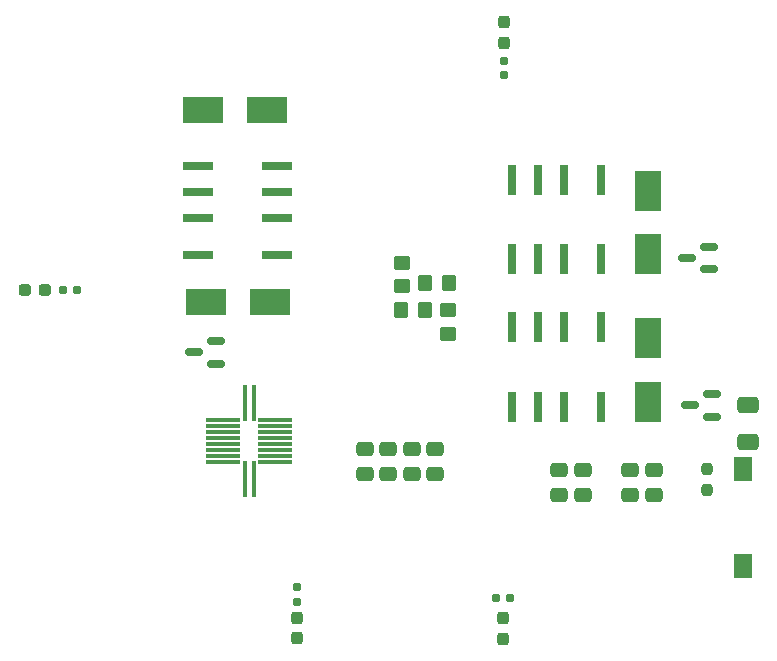
<source format=gtp>
G04 #@! TF.GenerationSoftware,KiCad,Pcbnew,(6.0.2)*
G04 #@! TF.CreationDate,2022-07-10T22:32:38+10:00*
G04 #@! TF.ProjectId,usb_xwitch,7573625f-7877-4697-9463-682e6b696361,0.1*
G04 #@! TF.SameCoordinates,Original*
G04 #@! TF.FileFunction,Paste,Top*
G04 #@! TF.FilePolarity,Positive*
%FSLAX46Y46*%
G04 Gerber Fmt 4.6, Leading zero omitted, Abs format (unit mm)*
G04 Created by KiCad (PCBNEW (6.0.2)) date 2022-07-10 22:32:38*
%MOMM*%
%LPD*%
G01*
G04 APERTURE LIST*
G04 Aperture macros list*
%AMRoundRect*
0 Rectangle with rounded corners*
0 $1 Rounding radius*
0 $2 $3 $4 $5 $6 $7 $8 $9 X,Y pos of 4 corners*
0 Add a 4 corners polygon primitive as box body*
4,1,4,$2,$3,$4,$5,$6,$7,$8,$9,$2,$3,0*
0 Add four circle primitives for the rounded corners*
1,1,$1+$1,$2,$3*
1,1,$1+$1,$4,$5*
1,1,$1+$1,$6,$7*
1,1,$1+$1,$8,$9*
0 Add four rect primitives between the rounded corners*
20,1,$1+$1,$2,$3,$4,$5,0*
20,1,$1+$1,$4,$5,$6,$7,0*
20,1,$1+$1,$6,$7,$8,$9,0*
20,1,$1+$1,$8,$9,$2,$3,0*%
G04 Aperture macros list end*
%ADD10RoundRect,0.250000X-0.350000X-0.450000X0.350000X-0.450000X0.350000X0.450000X-0.350000X0.450000X0*%
%ADD11R,1.500000X2.000000*%
%ADD12R,3.500000X2.300000*%
%ADD13R,2.300000X3.500000*%
%ADD14RoundRect,0.160000X0.160000X-0.197500X0.160000X0.197500X-0.160000X0.197500X-0.160000X-0.197500X0*%
%ADD15RoundRect,0.150000X0.587500X0.150000X-0.587500X0.150000X-0.587500X-0.150000X0.587500X-0.150000X0*%
%ADD16RoundRect,0.237500X0.237500X-0.250000X0.237500X0.250000X-0.237500X0.250000X-0.237500X-0.250000X0*%
%ADD17RoundRect,0.250000X-0.475000X0.337500X-0.475000X-0.337500X0.475000X-0.337500X0.475000X0.337500X0*%
%ADD18RoundRect,0.160000X-0.160000X0.197500X-0.160000X-0.197500X0.160000X-0.197500X0.160000X0.197500X0*%
%ADD19RoundRect,0.250000X-0.650000X0.412500X-0.650000X-0.412500X0.650000X-0.412500X0.650000X0.412500X0*%
%ADD20R,0.800000X2.660000*%
%ADD21RoundRect,0.237500X0.237500X-0.287500X0.237500X0.287500X-0.237500X0.287500X-0.237500X-0.287500X0*%
%ADD22RoundRect,0.160000X0.197500X0.160000X-0.197500X0.160000X-0.197500X-0.160000X0.197500X-0.160000X0*%
%ADD23RoundRect,0.250000X0.450000X-0.350000X0.450000X0.350000X-0.450000X0.350000X-0.450000X-0.350000X0*%
%ADD24RoundRect,0.237500X-0.237500X0.287500X-0.237500X-0.287500X0.237500X-0.287500X0.237500X0.287500X0*%
%ADD25R,0.300000X3.050000*%
%ADD26R,3.000000X0.300000*%
%ADD27RoundRect,0.237500X-0.287500X-0.237500X0.287500X-0.237500X0.287500X0.237500X-0.287500X0.237500X0*%
%ADD28RoundRect,0.250000X-0.450000X0.350000X-0.450000X-0.350000X0.450000X-0.350000X0.450000X0.350000X0*%
%ADD29R,2.660000X0.800000*%
G04 APERTURE END LIST*
D10*
X135150000Y-104150000D03*
X137150000Y-104150000D03*
D11*
X162000000Y-128100000D03*
X162000000Y-119900000D03*
D12*
X121700000Y-89500000D03*
X116300000Y-89500000D03*
D13*
X154000000Y-108800000D03*
X154000000Y-114200000D03*
D14*
X141800000Y-86497500D03*
X141800000Y-85302500D03*
D15*
X159187500Y-102950000D03*
X159187500Y-101050000D03*
X157312500Y-102000000D03*
D16*
X159000000Y-121662500D03*
X159000000Y-119837500D03*
D17*
X130000000Y-118212500D03*
X130000000Y-120287500D03*
X154500000Y-119962500D03*
X154500000Y-122037500D03*
X152500000Y-119962500D03*
X152500000Y-122037500D03*
D18*
X124250000Y-129902500D03*
X124250000Y-131097500D03*
D12*
X121950000Y-105750000D03*
X116550000Y-105750000D03*
D19*
X162500000Y-114437500D03*
X162500000Y-117562500D03*
D10*
X133100000Y-106450000D03*
X135100000Y-106450000D03*
D20*
X150050000Y-95380000D03*
X146850000Y-95380000D03*
X144650000Y-95380000D03*
X142450000Y-95380000D03*
X142450000Y-102120000D03*
X144650000Y-102120000D03*
X146850000Y-102120000D03*
X150050000Y-102120000D03*
D21*
X124250000Y-134225000D03*
X124250000Y-132475000D03*
D15*
X159437500Y-115450000D03*
X159437500Y-113550000D03*
X157562500Y-114500000D03*
D22*
X142347500Y-130800000D03*
X141152500Y-130800000D03*
D17*
X136000000Y-118212500D03*
X136000000Y-120287500D03*
D23*
X137100000Y-108450000D03*
X137100000Y-106450000D03*
D24*
X141800000Y-82025000D03*
X141800000Y-83775000D03*
D17*
X148500000Y-119962500D03*
X148500000Y-122037500D03*
D13*
X154000000Y-96300000D03*
X154000000Y-101700000D03*
D17*
X132000000Y-118212500D03*
X132000000Y-120287500D03*
D25*
X119900000Y-114250000D03*
D26*
X118050000Y-115750000D03*
X118050000Y-116250000D03*
X118050000Y-116750000D03*
X118050000Y-117250000D03*
X118050000Y-117750000D03*
X118050000Y-118250000D03*
X118050000Y-118750000D03*
X118050000Y-119250000D03*
D25*
X119900000Y-120750000D03*
X120600000Y-120750000D03*
D26*
X122450000Y-119250000D03*
X122450000Y-118750000D03*
X122450000Y-118250000D03*
X122450000Y-117750000D03*
X122450000Y-117250000D03*
X122450000Y-116750000D03*
X122450000Y-116250000D03*
X122450000Y-115750000D03*
D25*
X120600000Y-114250000D03*
D20*
X150050000Y-107880000D03*
X146850000Y-107880000D03*
X144650000Y-107880000D03*
X142450000Y-107880000D03*
X142450000Y-114620000D03*
X144650000Y-114620000D03*
X146850000Y-114620000D03*
X150050000Y-114620000D03*
D27*
X101225000Y-104700000D03*
X102975000Y-104700000D03*
D22*
X105647500Y-104700000D03*
X104452500Y-104700000D03*
D21*
X141700000Y-134275000D03*
X141700000Y-132525000D03*
D17*
X146500000Y-119962500D03*
X146500000Y-122037500D03*
D15*
X117437500Y-110950000D03*
X117437500Y-109050000D03*
X115562500Y-110000000D03*
D28*
X133150000Y-102400000D03*
X133150000Y-104400000D03*
D29*
X122620000Y-101800000D03*
X122620000Y-98600000D03*
X122620000Y-96400000D03*
X122620000Y-94200000D03*
X115880000Y-94200000D03*
X115880000Y-96400000D03*
X115880000Y-98600000D03*
X115880000Y-101800000D03*
D17*
X134000000Y-118212500D03*
X134000000Y-120287500D03*
M02*

</source>
